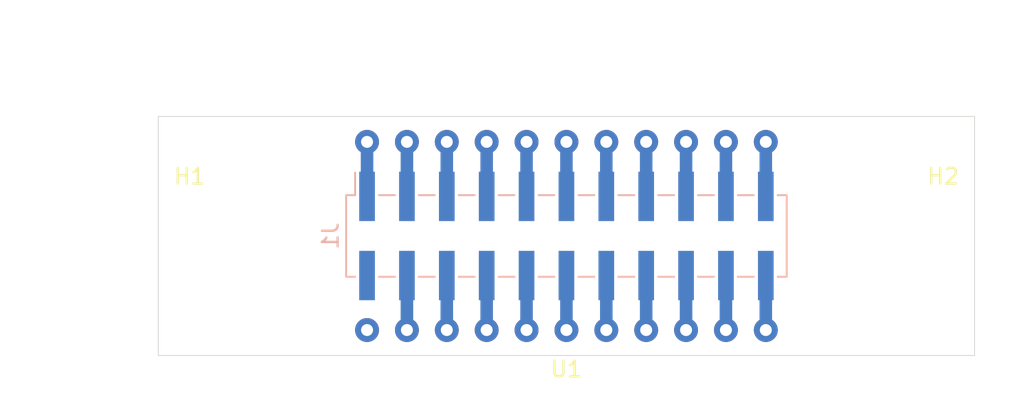
<source format=kicad_pcb>
(kicad_pcb (version 20171130) (host pcbnew 5.1.7-a382d34a8~88~ubuntu18.04.1)

  (general
    (thickness 1.6)
    (drawings 15)
    (tracks 21)
    (zones 0)
    (modules 4)
    (nets 23)
  )

  (page A4)
  (layers
    (0 F.Cu signal)
    (31 B.Cu signal)
    (32 B.Adhes user)
    (33 F.Adhes user)
    (34 B.Paste user)
    (35 F.Paste user)
    (36 B.SilkS user)
    (37 F.SilkS user)
    (38 B.Mask user)
    (39 F.Mask user)
    (40 Dwgs.User user)
    (41 Cmts.User user)
    (42 Eco1.User user)
    (43 Eco2.User user)
    (44 Edge.Cuts user)
    (45 Margin user)
    (46 B.CrtYd user)
    (47 F.CrtYd user)
    (48 B.Fab user)
    (49 F.Fab user)
  )

  (setup
    (last_trace_width 0.8)
    (trace_clearance 0.2)
    (zone_clearance 0.508)
    (zone_45_only no)
    (trace_min 0.2)
    (via_size 0.8)
    (via_drill 0.4)
    (via_min_size 0.4)
    (via_min_drill 0.3)
    (uvia_size 0.3)
    (uvia_drill 0.1)
    (uvias_allowed no)
    (uvia_min_size 0.2)
    (uvia_min_drill 0.1)
    (edge_width 0.05)
    (segment_width 0.2)
    (pcb_text_width 0.3)
    (pcb_text_size 1.5 1.5)
    (mod_edge_width 0.12)
    (mod_text_size 1 1)
    (mod_text_width 0.15)
    (pad_size 1.524 1.524)
    (pad_drill 0.762)
    (pad_to_mask_clearance 0.05)
    (aux_axis_origin 0 6)
    (grid_origin 0 6)
    (visible_elements FEFFFF7F)
    (pcbplotparams
      (layerselection 0x010fc_ffffffff)
      (usegerberextensions false)
      (usegerberattributes true)
      (usegerberadvancedattributes true)
      (creategerberjobfile true)
      (excludeedgelayer true)
      (linewidth 0.100000)
      (plotframeref false)
      (viasonmask false)
      (mode 1)
      (useauxorigin false)
      (hpglpennumber 1)
      (hpglpenspeed 20)
      (hpglpendiameter 15.000000)
      (psnegative false)
      (psa4output false)
      (plotreference true)
      (plotvalue true)
      (plotinvisibletext false)
      (padsonsilk false)
      (subtractmaskfromsilk false)
      (outputformat 1)
      (mirror false)
      (drillshape 1)
      (scaleselection 1)
      (outputdirectory ""))
  )

  (net 0 "")
  (net 1 /P11)
  (net 2 /P10)
  (net 3 /P9)
  (net 4 /P8)
  (net 5 /P7)
  (net 6 /P6)
  (net 7 /P5)
  (net 8 /P4)
  (net 9 /P3)
  (net 10 /P2)
  (net 11 /P1)
  (net 12 /P15)
  (net 13 /P14)
  (net 14 /P13)
  (net 15 /P12)
  (net 16 /N6)
  (net 17 /N5)
  (net 18 /N4)
  (net 19 /N3)
  (net 20 /N2)
  (net 21 /N1)
  (net 22 "Net-(J1-Pad2)")

  (net_class Default "This is the default net class."
    (clearance 0.2)
    (trace_width 0.8)
    (via_dia 0.8)
    (via_drill 0.4)
    (uvia_dia 0.3)
    (uvia_drill 0.1)
    (add_net /N1)
    (add_net /N2)
    (add_net /N3)
    (add_net /N4)
    (add_net /N5)
    (add_net /N6)
    (add_net /P1)
    (add_net /P10)
    (add_net /P11)
    (add_net /P12)
    (add_net /P13)
    (add_net /P14)
    (add_net /P15)
    (add_net /P2)
    (add_net /P3)
    (add_net /P4)
    (add_net /P5)
    (add_net /P6)
    (add_net /P7)
    (add_net /P8)
    (add_net /P9)
    (add_net "Net-(J1-Pad2)")
  )

  (module Connector_PinHeader_2.54mm:PinHeader_2x11_P2.54mm_Vertical_SMD (layer B.Cu) (tedit 59FED5CC) (tstamp 5F639D1E)
    (at 0 0 270)
    (descr "surface-mounted straight pin header, 2x11, 2.54mm pitch, double rows")
    (tags "Surface mounted pin header SMD 2x11 2.54mm double row")
    (path /5F67C00C)
    (attr smd)
    (fp_text reference J1 (at 0 15.03 90) (layer B.SilkS)
      (effects (font (size 1 1) (thickness 0.15)) (justify mirror))
    )
    (fp_text value Conn_02x11_Odd_Even (at 0 -15.03 90) (layer B.Fab)
      (effects (font (size 1 1) (thickness 0.15)) (justify mirror))
    )
    (fp_line (start 5.9 14.5) (end -5.9 14.5) (layer B.CrtYd) (width 0.05))
    (fp_line (start 5.9 -14.5) (end 5.9 14.5) (layer B.CrtYd) (width 0.05))
    (fp_line (start -5.9 -14.5) (end 5.9 -14.5) (layer B.CrtYd) (width 0.05))
    (fp_line (start -5.9 14.5) (end -5.9 -14.5) (layer B.CrtYd) (width 0.05))
    (fp_line (start 2.6 -10.92) (end 2.6 -11.94) (layer B.SilkS) (width 0.12))
    (fp_line (start -2.6 -10.92) (end -2.6 -11.94) (layer B.SilkS) (width 0.12))
    (fp_line (start 2.6 -8.38) (end 2.6 -9.4) (layer B.SilkS) (width 0.12))
    (fp_line (start -2.6 -8.38) (end -2.6 -9.4) (layer B.SilkS) (width 0.12))
    (fp_line (start 2.6 -5.84) (end 2.6 -6.86) (layer B.SilkS) (width 0.12))
    (fp_line (start -2.6 -5.84) (end -2.6 -6.86) (layer B.SilkS) (width 0.12))
    (fp_line (start 2.6 -3.3) (end 2.6 -4.32) (layer B.SilkS) (width 0.12))
    (fp_line (start -2.6 -3.3) (end -2.6 -4.32) (layer B.SilkS) (width 0.12))
    (fp_line (start 2.6 -0.76) (end 2.6 -1.78) (layer B.SilkS) (width 0.12))
    (fp_line (start -2.6 -0.76) (end -2.6 -1.78) (layer B.SilkS) (width 0.12))
    (fp_line (start 2.6 1.78) (end 2.6 0.76) (layer B.SilkS) (width 0.12))
    (fp_line (start -2.6 1.78) (end -2.6 0.76) (layer B.SilkS) (width 0.12))
    (fp_line (start 2.6 4.32) (end 2.6 3.3) (layer B.SilkS) (width 0.12))
    (fp_line (start -2.6 4.32) (end -2.6 3.3) (layer B.SilkS) (width 0.12))
    (fp_line (start 2.6 6.86) (end 2.6 5.84) (layer B.SilkS) (width 0.12))
    (fp_line (start -2.6 6.86) (end -2.6 5.84) (layer B.SilkS) (width 0.12))
    (fp_line (start 2.6 9.4) (end 2.6 8.38) (layer B.SilkS) (width 0.12))
    (fp_line (start -2.6 9.4) (end -2.6 8.38) (layer B.SilkS) (width 0.12))
    (fp_line (start 2.6 11.94) (end 2.6 10.92) (layer B.SilkS) (width 0.12))
    (fp_line (start -2.6 11.94) (end -2.6 10.92) (layer B.SilkS) (width 0.12))
    (fp_line (start 2.6 -13.46) (end 2.6 -14.03) (layer B.SilkS) (width 0.12))
    (fp_line (start -2.6 -13.46) (end -2.6 -14.03) (layer B.SilkS) (width 0.12))
    (fp_line (start 2.6 14.03) (end 2.6 13.46) (layer B.SilkS) (width 0.12))
    (fp_line (start -2.6 14.03) (end -2.6 13.46) (layer B.SilkS) (width 0.12))
    (fp_line (start -4.04 13.46) (end -2.6 13.46) (layer B.SilkS) (width 0.12))
    (fp_line (start -2.6 -14.03) (end 2.6 -14.03) (layer B.SilkS) (width 0.12))
    (fp_line (start -2.6 14.03) (end 2.6 14.03) (layer B.SilkS) (width 0.12))
    (fp_line (start 3.6 -13.02) (end 2.54 -13.02) (layer B.Fab) (width 0.1))
    (fp_line (start 3.6 -12.38) (end 3.6 -13.02) (layer B.Fab) (width 0.1))
    (fp_line (start 2.54 -12.38) (end 3.6 -12.38) (layer B.Fab) (width 0.1))
    (fp_line (start -3.6 -13.02) (end -2.54 -13.02) (layer B.Fab) (width 0.1))
    (fp_line (start -3.6 -12.38) (end -3.6 -13.02) (layer B.Fab) (width 0.1))
    (fp_line (start -2.54 -12.38) (end -3.6 -12.38) (layer B.Fab) (width 0.1))
    (fp_line (start 3.6 -10.48) (end 2.54 -10.48) (layer B.Fab) (width 0.1))
    (fp_line (start 3.6 -9.84) (end 3.6 -10.48) (layer B.Fab) (width 0.1))
    (fp_line (start 2.54 -9.84) (end 3.6 -9.84) (layer B.Fab) (width 0.1))
    (fp_line (start -3.6 -10.48) (end -2.54 -10.48) (layer B.Fab) (width 0.1))
    (fp_line (start -3.6 -9.84) (end -3.6 -10.48) (layer B.Fab) (width 0.1))
    (fp_line (start -2.54 -9.84) (end -3.6 -9.84) (layer B.Fab) (width 0.1))
    (fp_line (start 3.6 -7.94) (end 2.54 -7.94) (layer B.Fab) (width 0.1))
    (fp_line (start 3.6 -7.3) (end 3.6 -7.94) (layer B.Fab) (width 0.1))
    (fp_line (start 2.54 -7.3) (end 3.6 -7.3) (layer B.Fab) (width 0.1))
    (fp_line (start -3.6 -7.94) (end -2.54 -7.94) (layer B.Fab) (width 0.1))
    (fp_line (start -3.6 -7.3) (end -3.6 -7.94) (layer B.Fab) (width 0.1))
    (fp_line (start -2.54 -7.3) (end -3.6 -7.3) (layer B.Fab) (width 0.1))
    (fp_line (start 3.6 -5.4) (end 2.54 -5.4) (layer B.Fab) (width 0.1))
    (fp_line (start 3.6 -4.76) (end 3.6 -5.4) (layer B.Fab) (width 0.1))
    (fp_line (start 2.54 -4.76) (end 3.6 -4.76) (layer B.Fab) (width 0.1))
    (fp_line (start -3.6 -5.4) (end -2.54 -5.4) (layer B.Fab) (width 0.1))
    (fp_line (start -3.6 -4.76) (end -3.6 -5.4) (layer B.Fab) (width 0.1))
    (fp_line (start -2.54 -4.76) (end -3.6 -4.76) (layer B.Fab) (width 0.1))
    (fp_line (start 3.6 -2.86) (end 2.54 -2.86) (layer B.Fab) (width 0.1))
    (fp_line (start 3.6 -2.22) (end 3.6 -2.86) (layer B.Fab) (width 0.1))
    (fp_line (start 2.54 -2.22) (end 3.6 -2.22) (layer B.Fab) (width 0.1))
    (fp_line (start -3.6 -2.86) (end -2.54 -2.86) (layer B.Fab) (width 0.1))
    (fp_line (start -3.6 -2.22) (end -3.6 -2.86) (layer B.Fab) (width 0.1))
    (fp_line (start -2.54 -2.22) (end -3.6 -2.22) (layer B.Fab) (width 0.1))
    (fp_line (start 3.6 -0.32) (end 2.54 -0.32) (layer B.Fab) (width 0.1))
    (fp_line (start 3.6 0.32) (end 3.6 -0.32) (layer B.Fab) (width 0.1))
    (fp_line (start 2.54 0.32) (end 3.6 0.32) (layer B.Fab) (width 0.1))
    (fp_line (start -3.6 -0.32) (end -2.54 -0.32) (layer B.Fab) (width 0.1))
    (fp_line (start -3.6 0.32) (end -3.6 -0.32) (layer B.Fab) (width 0.1))
    (fp_line (start -2.54 0.32) (end -3.6 0.32) (layer B.Fab) (width 0.1))
    (fp_line (start 3.6 2.22) (end 2.54 2.22) (layer B.Fab) (width 0.1))
    (fp_line (start 3.6 2.86) (end 3.6 2.22) (layer B.Fab) (width 0.1))
    (fp_line (start 2.54 2.86) (end 3.6 2.86) (layer B.Fab) (width 0.1))
    (fp_line (start -3.6 2.22) (end -2.54 2.22) (layer B.Fab) (width 0.1))
    (fp_line (start -3.6 2.86) (end -3.6 2.22) (layer B.Fab) (width 0.1))
    (fp_line (start -2.54 2.86) (end -3.6 2.86) (layer B.Fab) (width 0.1))
    (fp_line (start 3.6 4.76) (end 2.54 4.76) (layer B.Fab) (width 0.1))
    (fp_line (start 3.6 5.4) (end 3.6 4.76) (layer B.Fab) (width 0.1))
    (fp_line (start 2.54 5.4) (end 3.6 5.4) (layer B.Fab) (width 0.1))
    (fp_line (start -3.6 4.76) (end -2.54 4.76) (layer B.Fab) (width 0.1))
    (fp_line (start -3.6 5.4) (end -3.6 4.76) (layer B.Fab) (width 0.1))
    (fp_line (start -2.54 5.4) (end -3.6 5.4) (layer B.Fab) (width 0.1))
    (fp_line (start 3.6 7.3) (end 2.54 7.3) (layer B.Fab) (width 0.1))
    (fp_line (start 3.6 7.94) (end 3.6 7.3) (layer B.Fab) (width 0.1))
    (fp_line (start 2.54 7.94) (end 3.6 7.94) (layer B.Fab) (width 0.1))
    (fp_line (start -3.6 7.3) (end -2.54 7.3) (layer B.Fab) (width 0.1))
    (fp_line (start -3.6 7.94) (end -3.6 7.3) (layer B.Fab) (width 0.1))
    (fp_line (start -2.54 7.94) (end -3.6 7.94) (layer B.Fab) (width 0.1))
    (fp_line (start 3.6 9.84) (end 2.54 9.84) (layer B.Fab) (width 0.1))
    (fp_line (start 3.6 10.48) (end 3.6 9.84) (layer B.Fab) (width 0.1))
    (fp_line (start 2.54 10.48) (end 3.6 10.48) (layer B.Fab) (width 0.1))
    (fp_line (start -3.6 9.84) (end -2.54 9.84) (layer B.Fab) (width 0.1))
    (fp_line (start -3.6 10.48) (end -3.6 9.84) (layer B.Fab) (width 0.1))
    (fp_line (start -2.54 10.48) (end -3.6 10.48) (layer B.Fab) (width 0.1))
    (fp_line (start 3.6 12.38) (end 2.54 12.38) (layer B.Fab) (width 0.1))
    (fp_line (start 3.6 13.02) (end 3.6 12.38) (layer B.Fab) (width 0.1))
    (fp_line (start 2.54 13.02) (end 3.6 13.02) (layer B.Fab) (width 0.1))
    (fp_line (start -3.6 12.38) (end -2.54 12.38) (layer B.Fab) (width 0.1))
    (fp_line (start -3.6 13.02) (end -3.6 12.38) (layer B.Fab) (width 0.1))
    (fp_line (start -2.54 13.02) (end -3.6 13.02) (layer B.Fab) (width 0.1))
    (fp_line (start 2.54 13.97) (end 2.54 -13.97) (layer B.Fab) (width 0.1))
    (fp_line (start -2.54 13.02) (end -1.59 13.97) (layer B.Fab) (width 0.1))
    (fp_line (start -2.54 -13.97) (end -2.54 13.02) (layer B.Fab) (width 0.1))
    (fp_line (start -1.59 13.97) (end 2.54 13.97) (layer B.Fab) (width 0.1))
    (fp_line (start 2.54 -13.97) (end -2.54 -13.97) (layer B.Fab) (width 0.1))
    (fp_text user %R (at 0 0 180) (layer B.Fab)
      (effects (font (size 1 1) (thickness 0.15)) (justify mirror))
    )
    (pad 22 smd rect (at 2.525 -12.7 270) (size 3.15 1) (layers B.Cu B.Paste B.Mask)
      (net 5 /P7))
    (pad 21 smd rect (at -2.525 -12.7 270) (size 3.15 1) (layers B.Cu B.Paste B.Mask)
      (net 16 /N6))
    (pad 20 smd rect (at 2.525 -10.16 270) (size 3.15 1) (layers B.Cu B.Paste B.Mask)
      (net 4 /P8))
    (pad 19 smd rect (at -2.525 -10.16 270) (size 3.15 1) (layers B.Cu B.Paste B.Mask)
      (net 1 /P11))
    (pad 18 smd rect (at 2.525 -7.62 270) (size 3.15 1) (layers B.Cu B.Paste B.Mask)
      (net 15 /P12))
    (pad 17 smd rect (at -2.525 -7.62 270) (size 3.15 1) (layers B.Cu B.Paste B.Mask)
      (net 17 /N5))
    (pad 16 smd rect (at 2.525 -5.08 270) (size 3.15 1) (layers B.Cu B.Paste B.Mask)
      (net 14 /P13))
    (pad 15 smd rect (at -2.525 -5.08 270) (size 3.15 1) (layers B.Cu B.Paste B.Mask)
      (net 18 /N4))
    (pad 14 smd rect (at 2.525 -2.54 270) (size 3.15 1) (layers B.Cu B.Paste B.Mask)
      (net 13 /P14))
    (pad 13 smd rect (at -2.525 -2.54 270) (size 3.15 1) (layers B.Cu B.Paste B.Mask)
      (net 10 /P2))
    (pad 12 smd rect (at 2.525 0 270) (size 3.15 1) (layers B.Cu B.Paste B.Mask)
      (net 7 /P5))
    (pad 11 smd rect (at -2.525 0 270) (size 3.15 1) (layers B.Cu B.Paste B.Mask)
      (net 19 /N3))
    (pad 10 smd rect (at 2.525 2.54 270) (size 3.15 1) (layers B.Cu B.Paste B.Mask)
      (net 12 /P15))
    (pad 9 smd rect (at -2.525 2.54 270) (size 3.15 1) (layers B.Cu B.Paste B.Mask)
      (net 11 /P1))
    (pad 8 smd rect (at 2.525 5.08 270) (size 3.15 1) (layers B.Cu B.Paste B.Mask)
      (net 8 /P4))
    (pad 7 smd rect (at -2.525 5.08 270) (size 3.15 1) (layers B.Cu B.Paste B.Mask)
      (net 6 /P6))
    (pad 6 smd rect (at 2.525 7.62 270) (size 3.15 1) (layers B.Cu B.Paste B.Mask)
      (net 9 /P3))
    (pad 5 smd rect (at -2.525 7.62 270) (size 3.15 1) (layers B.Cu B.Paste B.Mask)
      (net 20 /N2))
    (pad 4 smd rect (at 2.525 10.16 270) (size 3.15 1) (layers B.Cu B.Paste B.Mask)
      (net 21 /N1))
    (pad 3 smd rect (at -2.525 10.16 270) (size 3.15 1) (layers B.Cu B.Paste B.Mask)
      (net 2 /P10))
    (pad 2 smd rect (at 2.525 12.7 270) (size 3.15 1) (layers B.Cu B.Paste B.Mask)
      (net 22 "Net-(J1-Pad2)"))
    (pad 1 smd rect (at -2.525 12.7 270) (size 3.15 1) (layers B.Cu B.Paste B.Mask)
      (net 3 /P9))
    (model ${KISYS3DMOD}/Connector_PinHeader_2.54mm.3dshapes/PinHeader_2x11_P2.54mm_Vertical_SMD.wrl
      (at (xyz 0 0 0))
      (scale (xyz 1 1 1))
      (rotate (xyz 0 0 0))
    )
  )

  (module MountingHole:MountingHole_3.2mm_M3_DIN965 (layer F.Cu) (tedit 56D1B4CB) (tstamp 5F5068F3)
    (at 24 0)
    (descr "Mounting Hole 3.2mm, no annular, M3, DIN965")
    (tags "mounting hole 3.2mm no annular m3 din965")
    (path /5F50BB5A)
    (attr virtual)
    (fp_text reference H2 (at 0 -3.8) (layer F.SilkS)
      (effects (font (size 1 1) (thickness 0.15)))
    )
    (fp_text value MountingHole (at 0 3.8) (layer F.Fab)
      (effects (font (size 1 1) (thickness 0.15)))
    )
    (fp_circle (center 0 0) (end 2.8 0) (layer Cmts.User) (width 0.15))
    (fp_circle (center 0 0) (end 3.05 0) (layer F.CrtYd) (width 0.05))
    (fp_text user %R (at 0.3 0) (layer F.Fab)
      (effects (font (size 1 1) (thickness 0.15)))
    )
    (pad 1 np_thru_hole circle (at 0 0) (size 3.2 3.2) (drill 3.2) (layers *.Cu *.Mask))
  )

  (module MountingHole:MountingHole_3.2mm_M3_DIN965 (layer F.Cu) (tedit 56D1B4CB) (tstamp 5F506A62)
    (at -24 0)
    (descr "Mounting Hole 3.2mm, no annular, M3, DIN965")
    (tags "mounting hole 3.2mm no annular m3 din965")
    (path /5F50B8F6)
    (attr virtual)
    (fp_text reference H1 (at 0 -3.8) (layer F.SilkS)
      (effects (font (size 1 1) (thickness 0.15)))
    )
    (fp_text value MountingHole (at 0 3.8) (layer F.Fab)
      (effects (font (size 1 1) (thickness 0.15)))
    )
    (fp_circle (center 0 0) (end 2.8 0) (layer Cmts.User) (width 0.15))
    (fp_circle (center 0 0) (end 3.05 0) (layer F.CrtYd) (width 0.05))
    (fp_text user %R (at 0.3 0) (layer F.Fab)
      (effects (font (size 1 1) (thickness 0.15)))
    )
    (pad 1 np_thru_hole circle (at 0 0) (size 3.2 3.2) (drill 3.2) (layers *.Cu *.Mask))
  )

  (module Display:D60401CS (layer F.Cu) (tedit 5F4FF838) (tstamp 5F5055F1)
    (at 0 0)
    (path /5F52E7FF)
    (fp_text reference U1 (at 0 8.5) (layer F.SilkS)
      (effects (font (size 1 1) (thickness 0.15)))
    )
    (fp_text value D60401CS (at 0 -8.5) (layer F.Fab)
      (effects (font (size 1 1) (thickness 0.15)))
    )
    (fp_line (start -24.5 -7.5) (end 24.5 -7.5) (layer F.CrtYd) (width 0.12))
    (fp_line (start 24.5 -7.5) (end 24.5 7.5) (layer F.CrtYd) (width 0.12))
    (fp_line (start 24.5 7.5) (end -24.5 7.5) (layer F.CrtYd) (width 0.12))
    (fp_line (start -24.5 7.5) (end -24.5 -7.5) (layer F.CrtYd) (width 0.12))
    (pad 22 thru_hole circle (at -12.7 -6) (size 1.524 1.524) (drill 0.762) (layers *.Cu *.Mask)
      (net 3 /P9))
    (pad 21 thru_hole circle (at -10.16 -6) (size 1.524 1.524) (drill 0.762) (layers *.Cu *.Mask)
      (net 2 /P10))
    (pad 20 thru_hole circle (at -7.62 -6) (size 1.524 1.524) (drill 0.762) (layers *.Cu *.Mask)
      (net 20 /N2))
    (pad 19 thru_hole circle (at -5.08 -6) (size 1.524 1.524) (drill 0.762) (layers *.Cu *.Mask)
      (net 6 /P6))
    (pad 18 thru_hole circle (at -2.54 -6) (size 1.524 1.524) (drill 0.762) (layers *.Cu *.Mask)
      (net 11 /P1))
    (pad 12 thru_hole circle (at 12.7 -6) (size 1.524 1.524) (drill 0.762) (layers *.Cu *.Mask)
      (net 16 /N6))
    (pad 16 thru_hole circle (at 2.54 -6) (size 1.524 1.524) (drill 0.762) (layers *.Cu *.Mask)
      (net 10 /P2))
    (pad 15 thru_hole circle (at 5.08 -6) (size 1.524 1.524) (drill 0.762) (layers *.Cu *.Mask)
      (net 18 /N4))
    (pad 14 thru_hole circle (at 7.62 -6) (size 1.524 1.524) (drill 0.762) (layers *.Cu *.Mask)
      (net 17 /N5))
    (pad 13 thru_hole circle (at 10.16 -6) (size 1.524 1.524) (drill 0.762) (layers *.Cu *.Mask)
      (net 1 /P11))
    (pad 11 thru_hole circle (at 12.7 6) (size 1.524 1.524) (drill 0.762) (layers *.Cu *.Mask)
      (net 5 /P7))
    (pad 10 thru_hole circle (at 10.16 6) (size 1.524 1.524) (drill 0.762) (layers *.Cu *.Mask)
      (net 4 /P8))
    (pad 9 thru_hole circle (at 7.62 6) (size 1.524 1.524) (drill 0.762) (layers *.Cu *.Mask)
      (net 15 /P12))
    (pad 8 thru_hole circle (at 5.08 6) (size 1.524 1.524) (drill 0.762) (layers *.Cu *.Mask)
      (net 14 /P13))
    (pad 7 thru_hole circle (at 2.54 6) (size 1.524 1.524) (drill 0.762) (layers *.Cu *.Mask)
      (net 13 /P14))
    (pad 5 thru_hole circle (at -2.54 6) (size 1.524 1.524) (drill 0.762) (layers *.Cu *.Mask)
      (net 12 /P15))
    (pad 4 thru_hole circle (at -5.08 6) (size 1.524 1.524) (drill 0.762) (layers *.Cu *.Mask)
      (net 8 /P4))
    (pad 3 thru_hole circle (at -7.62 6) (size 1.524 1.524) (drill 0.762) (layers *.Cu *.Mask)
      (net 9 /P3))
    (pad 2 thru_hole circle (at -10.16 6) (size 1.524 1.524) (drill 0.762) (layers *.Cu *.Mask)
      (net 21 /N1))
    (pad 1 thru_hole circle (at -12.7 6) (size 1.524 1.524) (drill 0.762) (layers *.Cu *.Mask))
    (pad 6 thru_hole circle (at 0 6) (size 1.524 1.524) (drill 0.762) (layers *.Cu *.Mask)
      (net 7 /P5))
    (pad 17 thru_hole circle (at 0 -6) (size 1.524 1.524) (drill 0.762) (layers *.Cu *.Mask)
      (net 19 /N3))
  )

  (dimension 15.24 (width 0.15) (layer Dwgs.User)
    (gr_text "15,240 mm" (at -32.415 0 90) (layer Dwgs.User)
      (effects (font (size 1 1) (thickness 0.15)))
    )
    (feature1 (pts (xy -26 -7.62) (xy -31.701421 -7.62)))
    (feature2 (pts (xy -26 7.62) (xy -31.701421 7.62)))
    (crossbar (pts (xy -31.115 7.62) (xy -31.115 -7.62)))
    (arrow1a (pts (xy -31.115 -7.62) (xy -30.528579 -6.493496)))
    (arrow1b (pts (xy -31.115 -7.62) (xy -31.701421 -6.493496)))
    (arrow2a (pts (xy -31.115 7.62) (xy -30.528579 6.493496)))
    (arrow2b (pts (xy -31.115 7.62) (xy -31.701421 6.493496)))
  )
  (dimension 52 (width 0.15) (layer Dwgs.User)
    (gr_text "52,000 mm" (at 0 12.38) (layer Dwgs.User)
      (effects (font (size 1 1) (thickness 0.15)))
    )
    (feature1 (pts (xy 26 7.62) (xy 26 11.666421)))
    (feature2 (pts (xy -26 7.62) (xy -26 11.666421)))
    (crossbar (pts (xy -26 11.08) (xy 26 11.08)))
    (arrow1a (pts (xy 26 11.08) (xy 24.873496 11.666421)))
    (arrow1b (pts (xy 26 11.08) (xy 24.873496 10.493579)))
    (arrow2a (pts (xy -26 11.08) (xy -24.873496 11.666421)))
    (arrow2b (pts (xy -26 11.08) (xy -24.873496 10.493579)))
  )
  (dimension 48 (width 0.15) (layer Dwgs.User)
    (gr_text "48,000 mm" (at 0 -14.35) (layer Dwgs.User)
      (effects (font (size 1 1) (thickness 0.15)))
    )
    (feature1 (pts (xy 24 0) (xy 24 -13.636421)))
    (feature2 (pts (xy -24 0) (xy -24 -13.636421)))
    (crossbar (pts (xy -24 -13.05) (xy 24 -13.05)))
    (arrow1a (pts (xy 24 -13.05) (xy 22.873496 -12.463579)))
    (arrow1b (pts (xy 24 -13.05) (xy 22.873496 -13.636421)))
    (arrow2a (pts (xy -24 -13.05) (xy -22.873496 -12.463579)))
    (arrow2b (pts (xy -24 -13.05) (xy -22.873496 -13.636421)))
  )
  (gr_arc (start 26.7 -7.75) (end 27.7 -7.75) (angle -90) (layer Dwgs.User) (width 0.05))
  (gr_arc (start 26.7 7.75) (end 26.7 8.75) (angle -90) (layer Dwgs.User) (width 0.05))
  (gr_arc (start -26.7 -7.75) (end -26.7 -8.75) (angle -90) (layer Dwgs.User) (width 0.05))
  (gr_arc (start -26.7 7.75) (end -27.7 7.75) (angle -90) (layer Dwgs.User) (width 0.05))
  (gr_line (start -26 7.62) (end -26 -7.62) (layer Edge.Cuts) (width 0.05) (tstamp 5F63A210))
  (gr_line (start 26 7.62) (end -26 7.62) (layer Edge.Cuts) (width 0.05) (tstamp 5F63A20D))
  (gr_line (start 26 -7.62) (end 26 7.62) (layer Edge.Cuts) (width 0.05))
  (gr_line (start -26 -7.62) (end 26 -7.62) (layer Edge.Cuts) (width 0.05))
  (gr_line (start -27.7 7.75) (end -27.7 -7.75) (layer Dwgs.User) (width 0.05) (tstamp 5F50564B))
  (gr_line (start 26.7 8.75) (end -26.7 8.75) (layer Dwgs.User) (width 0.05))
  (gr_line (start 27.7 -7.75) (end 27.7 7.75) (layer Dwgs.User) (width 0.05))
  (gr_line (start -26.7 -8.75) (end 26.7 -8.75) (layer Dwgs.User) (width 0.05))

  (segment (start 10.16 -2.525) (end 10.16 -6) (width 0.8) (layer B.Cu) (net 1))
  (segment (start -10.16 -2.525) (end -10.16 -6) (width 0.8) (layer B.Cu) (net 2))
  (segment (start -12.7 -2.525) (end -12.7 -6) (width 0.8) (layer B.Cu) (net 3) (status 30))
  (segment (start 10.16 6) (end 10.16 2.525) (width 0.8) (layer B.Cu) (net 4))
  (segment (start 12.7 6) (end 12.7 2.525) (width 0.8) (layer B.Cu) (net 5))
  (segment (start -5.08 -2.525) (end -5.08 -6) (width 0.8) (layer B.Cu) (net 6))
  (segment (start 0 6) (end 0 2.525) (width 0.8) (layer B.Cu) (net 7))
  (segment (start -5.08 6) (end -5.08 2.525) (width 0.8) (layer B.Cu) (net 8))
  (segment (start -7.62 6) (end -7.62 2.525) (width 0.8) (layer B.Cu) (net 9))
  (segment (start 2.54 -2.525) (end 2.54 -6) (width 0.8) (layer B.Cu) (net 10))
  (segment (start -2.54 -2.525) (end -2.54 -6) (width 0.8) (layer B.Cu) (net 11))
  (segment (start -2.54 6) (end -2.54 2.525) (width 0.8) (layer B.Cu) (net 12))
  (segment (start 2.54 6) (end 2.54 2.525) (width 0.8) (layer B.Cu) (net 13))
  (segment (start 5.08 6) (end 5.08 2.525) (width 0.8) (layer B.Cu) (net 14))
  (segment (start 7.62 6) (end 7.62 2.525) (width 0.8) (layer B.Cu) (net 15))
  (segment (start 12.7 -2.525) (end 12.7 -6) (width 0.8) (layer B.Cu) (net 16))
  (segment (start 7.62 -2.525) (end 7.62 -6) (width 0.8) (layer B.Cu) (net 17))
  (segment (start 5.08 -2.525) (end 5.08 -6) (width 0.8) (layer B.Cu) (net 18))
  (segment (start 0 -2.525) (end 0 -6) (width 0.8) (layer B.Cu) (net 19))
  (segment (start -7.62 -2.525) (end -7.62 -6) (width 0.8) (layer B.Cu) (net 20))
  (segment (start -10.16 6) (end -10.16 2.525) (width 0.8) (layer B.Cu) (net 21))

)

</source>
